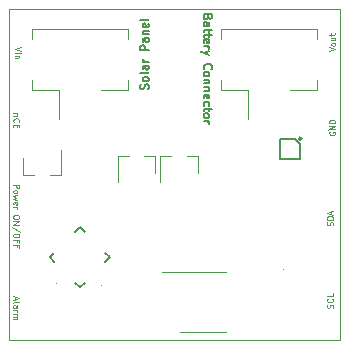
<source format=gbr>
G04 #@! TF.GenerationSoftware,KiCad,Pcbnew,(5.1.5)-3*
G04 #@! TF.CreationDate,2020-05-04T17:56:06+05:30*
G04 #@! TF.ProjectId,Battery_Charger,42617474-6572-4795-9f43-686172676572,rev?*
G04 #@! TF.SameCoordinates,Original*
G04 #@! TF.FileFunction,Legend,Top*
G04 #@! TF.FilePolarity,Positive*
%FSLAX46Y46*%
G04 Gerber Fmt 4.6, Leading zero omitted, Abs format (unit mm)*
G04 Created by KiCad (PCBNEW (5.1.5)-3) date 2020-05-04 17:56:06*
%MOMM*%
%LPD*%
G04 APERTURE LIST*
%ADD10C,0.170000*%
%ADD11C,0.125000*%
%ADD12C,0.120000*%
%ADD13C,0.100000*%
%ADD14C,0.200000*%
%ADD15C,0.254000*%
%ADD16C,0.152400*%
G04 APERTURE END LIST*
D10*
X123050000Y-65650000D02*
X123016666Y-65750000D01*
X122983333Y-65783333D01*
X122916666Y-65816666D01*
X122816666Y-65816666D01*
X122750000Y-65783333D01*
X122716666Y-65750000D01*
X122683333Y-65683333D01*
X122683333Y-65416666D01*
X123383333Y-65416666D01*
X123383333Y-65650000D01*
X123350000Y-65716666D01*
X123316666Y-65750000D01*
X123250000Y-65783333D01*
X123183333Y-65783333D01*
X123116666Y-65750000D01*
X123083333Y-65716666D01*
X123050000Y-65650000D01*
X123050000Y-65416666D01*
X122683333Y-66416666D02*
X123050000Y-66416666D01*
X123116666Y-66383333D01*
X123150000Y-66316666D01*
X123150000Y-66183333D01*
X123116666Y-66116666D01*
X122716666Y-66416666D02*
X122683333Y-66350000D01*
X122683333Y-66183333D01*
X122716666Y-66116666D01*
X122783333Y-66083333D01*
X122850000Y-66083333D01*
X122916666Y-66116666D01*
X122950000Y-66183333D01*
X122950000Y-66350000D01*
X122983333Y-66416666D01*
X123150000Y-66650000D02*
X123150000Y-66916666D01*
X123383333Y-66750000D02*
X122783333Y-66750000D01*
X122716666Y-66783333D01*
X122683333Y-66850000D01*
X122683333Y-66916666D01*
X123150000Y-67050000D02*
X123150000Y-67316666D01*
X123383333Y-67150000D02*
X122783333Y-67150000D01*
X122716666Y-67183333D01*
X122683333Y-67250000D01*
X122683333Y-67316666D01*
X122716666Y-67816666D02*
X122683333Y-67750000D01*
X122683333Y-67616666D01*
X122716666Y-67550000D01*
X122783333Y-67516666D01*
X123050000Y-67516666D01*
X123116666Y-67550000D01*
X123150000Y-67616666D01*
X123150000Y-67750000D01*
X123116666Y-67816666D01*
X123050000Y-67850000D01*
X122983333Y-67850000D01*
X122916666Y-67516666D01*
X122683333Y-68150000D02*
X123150000Y-68150000D01*
X123016666Y-68150000D02*
X123083333Y-68183333D01*
X123116666Y-68216666D01*
X123150000Y-68283333D01*
X123150000Y-68350000D01*
X123150000Y-68516666D02*
X122683333Y-68683333D01*
X123150000Y-68850000D02*
X122683333Y-68683333D01*
X122516666Y-68616666D01*
X122483333Y-68583333D01*
X122450000Y-68516666D01*
X122750000Y-70050000D02*
X122716666Y-70016666D01*
X122683333Y-69916666D01*
X122683333Y-69850000D01*
X122716666Y-69750000D01*
X122783333Y-69683333D01*
X122850000Y-69650000D01*
X122983333Y-69616666D01*
X123083333Y-69616666D01*
X123216666Y-69650000D01*
X123283333Y-69683333D01*
X123350000Y-69750000D01*
X123383333Y-69850000D01*
X123383333Y-69916666D01*
X123350000Y-70016666D01*
X123316666Y-70050000D01*
X122683333Y-70450000D02*
X122716666Y-70383333D01*
X122750000Y-70350000D01*
X122816666Y-70316666D01*
X123016666Y-70316666D01*
X123083333Y-70350000D01*
X123116666Y-70383333D01*
X123150000Y-70450000D01*
X123150000Y-70550000D01*
X123116666Y-70616666D01*
X123083333Y-70650000D01*
X123016666Y-70683333D01*
X122816666Y-70683333D01*
X122750000Y-70650000D01*
X122716666Y-70616666D01*
X122683333Y-70550000D01*
X122683333Y-70450000D01*
X123150000Y-70983333D02*
X122683333Y-70983333D01*
X123083333Y-70983333D02*
X123116666Y-71016666D01*
X123150000Y-71083333D01*
X123150000Y-71183333D01*
X123116666Y-71250000D01*
X123050000Y-71283333D01*
X122683333Y-71283333D01*
X123150000Y-71616666D02*
X122683333Y-71616666D01*
X123083333Y-71616666D02*
X123116666Y-71650000D01*
X123150000Y-71716666D01*
X123150000Y-71816666D01*
X123116666Y-71883333D01*
X123050000Y-71916666D01*
X122683333Y-71916666D01*
X122716666Y-72516666D02*
X122683333Y-72450000D01*
X122683333Y-72316666D01*
X122716666Y-72250000D01*
X122783333Y-72216666D01*
X123050000Y-72216666D01*
X123116666Y-72250000D01*
X123150000Y-72316666D01*
X123150000Y-72450000D01*
X123116666Y-72516666D01*
X123050000Y-72550000D01*
X122983333Y-72550000D01*
X122916666Y-72216666D01*
X122716666Y-73150000D02*
X122683333Y-73083333D01*
X122683333Y-72950000D01*
X122716666Y-72883333D01*
X122750000Y-72850000D01*
X122816666Y-72816666D01*
X123016666Y-72816666D01*
X123083333Y-72850000D01*
X123116666Y-72883333D01*
X123150000Y-72950000D01*
X123150000Y-73083333D01*
X123116666Y-73150000D01*
X123150000Y-73350000D02*
X123150000Y-73616666D01*
X123383333Y-73450000D02*
X122783333Y-73450000D01*
X122716666Y-73483333D01*
X122683333Y-73550000D01*
X122683333Y-73616666D01*
X122683333Y-73950000D02*
X122716666Y-73883333D01*
X122750000Y-73850000D01*
X122816666Y-73816666D01*
X123016666Y-73816666D01*
X123083333Y-73850000D01*
X123116666Y-73883333D01*
X123150000Y-73950000D01*
X123150000Y-74050000D01*
X123116666Y-74116666D01*
X123083333Y-74150000D01*
X123016666Y-74183333D01*
X122816666Y-74183333D01*
X122750000Y-74150000D01*
X122716666Y-74116666D01*
X122683333Y-74050000D01*
X122683333Y-73950000D01*
X122683333Y-74483333D02*
X123150000Y-74483333D01*
X123016666Y-74483333D02*
X123083333Y-74516666D01*
X123116666Y-74550000D01*
X123150000Y-74616666D01*
X123150000Y-74683333D01*
X117983333Y-71766666D02*
X118016666Y-71666666D01*
X118016666Y-71500000D01*
X117983333Y-71433333D01*
X117950000Y-71400000D01*
X117883333Y-71366666D01*
X117816666Y-71366666D01*
X117750000Y-71400000D01*
X117716666Y-71433333D01*
X117683333Y-71500000D01*
X117650000Y-71633333D01*
X117616666Y-71700000D01*
X117583333Y-71733333D01*
X117516666Y-71766666D01*
X117450000Y-71766666D01*
X117383333Y-71733333D01*
X117350000Y-71700000D01*
X117316666Y-71633333D01*
X117316666Y-71466666D01*
X117350000Y-71366666D01*
X118016666Y-70966666D02*
X117983333Y-71033333D01*
X117950000Y-71066666D01*
X117883333Y-71100000D01*
X117683333Y-71100000D01*
X117616666Y-71066666D01*
X117583333Y-71033333D01*
X117550000Y-70966666D01*
X117550000Y-70866666D01*
X117583333Y-70800000D01*
X117616666Y-70766666D01*
X117683333Y-70733333D01*
X117883333Y-70733333D01*
X117950000Y-70766666D01*
X117983333Y-70800000D01*
X118016666Y-70866666D01*
X118016666Y-70966666D01*
X118016666Y-70333333D02*
X117983333Y-70400000D01*
X117916666Y-70433333D01*
X117316666Y-70433333D01*
X118016666Y-69766666D02*
X117650000Y-69766666D01*
X117583333Y-69800000D01*
X117550000Y-69866666D01*
X117550000Y-70000000D01*
X117583333Y-70066666D01*
X117983333Y-69766666D02*
X118016666Y-69833333D01*
X118016666Y-70000000D01*
X117983333Y-70066666D01*
X117916666Y-70100000D01*
X117850000Y-70100000D01*
X117783333Y-70066666D01*
X117750000Y-70000000D01*
X117750000Y-69833333D01*
X117716666Y-69766666D01*
X118016666Y-69433333D02*
X117550000Y-69433333D01*
X117683333Y-69433333D02*
X117616666Y-69400000D01*
X117583333Y-69366666D01*
X117550000Y-69300000D01*
X117550000Y-69233333D01*
X118016666Y-68466666D02*
X117316666Y-68466666D01*
X117316666Y-68200000D01*
X117350000Y-68133333D01*
X117383333Y-68100000D01*
X117450000Y-68066666D01*
X117550000Y-68066666D01*
X117616666Y-68100000D01*
X117650000Y-68133333D01*
X117683333Y-68200000D01*
X117683333Y-68466666D01*
X118016666Y-67466666D02*
X117650000Y-67466666D01*
X117583333Y-67500000D01*
X117550000Y-67566666D01*
X117550000Y-67700000D01*
X117583333Y-67766666D01*
X117983333Y-67466666D02*
X118016666Y-67533333D01*
X118016666Y-67700000D01*
X117983333Y-67766666D01*
X117916666Y-67800000D01*
X117850000Y-67800000D01*
X117783333Y-67766666D01*
X117750000Y-67700000D01*
X117750000Y-67533333D01*
X117716666Y-67466666D01*
X117550000Y-67133333D02*
X118016666Y-67133333D01*
X117616666Y-67133333D02*
X117583333Y-67100000D01*
X117550000Y-67033333D01*
X117550000Y-66933333D01*
X117583333Y-66866666D01*
X117650000Y-66833333D01*
X118016666Y-66833333D01*
X117983333Y-66233333D02*
X118016666Y-66300000D01*
X118016666Y-66433333D01*
X117983333Y-66500000D01*
X117916666Y-66533333D01*
X117650000Y-66533333D01*
X117583333Y-66500000D01*
X117550000Y-66433333D01*
X117550000Y-66300000D01*
X117583333Y-66233333D01*
X117650000Y-66200000D01*
X117716666Y-66200000D01*
X117783333Y-66533333D01*
X118016666Y-65800000D02*
X117983333Y-65866666D01*
X117916666Y-65900000D01*
X117316666Y-65900000D01*
D11*
X133326190Y-68561904D02*
X133826190Y-68395238D01*
X133326190Y-68228571D01*
X133826190Y-67990476D02*
X133802380Y-68038095D01*
X133778571Y-68061904D01*
X133730952Y-68085714D01*
X133588095Y-68085714D01*
X133540476Y-68061904D01*
X133516666Y-68038095D01*
X133492857Y-67990476D01*
X133492857Y-67919047D01*
X133516666Y-67871428D01*
X133540476Y-67847619D01*
X133588095Y-67823809D01*
X133730952Y-67823809D01*
X133778571Y-67847619D01*
X133802380Y-67871428D01*
X133826190Y-67919047D01*
X133826190Y-67990476D01*
X133492857Y-67395238D02*
X133826190Y-67395238D01*
X133492857Y-67609523D02*
X133754761Y-67609523D01*
X133802380Y-67585714D01*
X133826190Y-67538095D01*
X133826190Y-67466666D01*
X133802380Y-67419047D01*
X133778571Y-67395238D01*
X133492857Y-67228571D02*
X133492857Y-67038095D01*
X133326190Y-67157142D02*
X133754761Y-67157142D01*
X133802380Y-67133333D01*
X133826190Y-67085714D01*
X133826190Y-67038095D01*
X133350000Y-75380952D02*
X133326190Y-75428571D01*
X133326190Y-75500000D01*
X133350000Y-75571428D01*
X133397619Y-75619047D01*
X133445238Y-75642857D01*
X133540476Y-75666666D01*
X133611904Y-75666666D01*
X133707142Y-75642857D01*
X133754761Y-75619047D01*
X133802380Y-75571428D01*
X133826190Y-75500000D01*
X133826190Y-75452380D01*
X133802380Y-75380952D01*
X133778571Y-75357142D01*
X133611904Y-75357142D01*
X133611904Y-75452380D01*
X133826190Y-75142857D02*
X133326190Y-75142857D01*
X133826190Y-74857142D01*
X133326190Y-74857142D01*
X133826190Y-74619047D02*
X133326190Y-74619047D01*
X133326190Y-74500000D01*
X133350000Y-74428571D01*
X133397619Y-74380952D01*
X133445238Y-74357142D01*
X133540476Y-74333333D01*
X133611904Y-74333333D01*
X133707142Y-74357142D01*
X133754761Y-74380952D01*
X133802380Y-74428571D01*
X133826190Y-74500000D01*
X133826190Y-74619047D01*
X133602380Y-83307142D02*
X133626190Y-83235714D01*
X133626190Y-83116666D01*
X133602380Y-83069047D01*
X133578571Y-83045238D01*
X133530952Y-83021428D01*
X133483333Y-83021428D01*
X133435714Y-83045238D01*
X133411904Y-83069047D01*
X133388095Y-83116666D01*
X133364285Y-83211904D01*
X133340476Y-83259523D01*
X133316666Y-83283333D01*
X133269047Y-83307142D01*
X133221428Y-83307142D01*
X133173809Y-83283333D01*
X133150000Y-83259523D01*
X133126190Y-83211904D01*
X133126190Y-83092857D01*
X133150000Y-83021428D01*
X133626190Y-82807142D02*
X133126190Y-82807142D01*
X133126190Y-82688095D01*
X133150000Y-82616666D01*
X133197619Y-82569047D01*
X133245238Y-82545238D01*
X133340476Y-82521428D01*
X133411904Y-82521428D01*
X133507142Y-82545238D01*
X133554761Y-82569047D01*
X133602380Y-82616666D01*
X133626190Y-82688095D01*
X133626190Y-82807142D01*
X133483333Y-82330952D02*
X133483333Y-82092857D01*
X133626190Y-82378571D02*
X133126190Y-82211904D01*
X133626190Y-82045238D01*
X133602380Y-90295238D02*
X133626190Y-90223809D01*
X133626190Y-90104761D01*
X133602380Y-90057142D01*
X133578571Y-90033333D01*
X133530952Y-90009523D01*
X133483333Y-90009523D01*
X133435714Y-90033333D01*
X133411904Y-90057142D01*
X133388095Y-90104761D01*
X133364285Y-90200000D01*
X133340476Y-90247619D01*
X133316666Y-90271428D01*
X133269047Y-90295238D01*
X133221428Y-90295238D01*
X133173809Y-90271428D01*
X133150000Y-90247619D01*
X133126190Y-90200000D01*
X133126190Y-90080952D01*
X133150000Y-90009523D01*
X133578571Y-89509523D02*
X133602380Y-89533333D01*
X133626190Y-89604761D01*
X133626190Y-89652380D01*
X133602380Y-89723809D01*
X133554761Y-89771428D01*
X133507142Y-89795238D01*
X133411904Y-89819047D01*
X133340476Y-89819047D01*
X133245238Y-89795238D01*
X133197619Y-89771428D01*
X133150000Y-89723809D01*
X133126190Y-89652380D01*
X133126190Y-89604761D01*
X133150000Y-89533333D01*
X133173809Y-89509523D01*
X133626190Y-89057142D02*
X133626190Y-89295238D01*
X133126190Y-89295238D01*
X106716666Y-89335714D02*
X106716666Y-89573809D01*
X106573809Y-89288095D02*
X107073809Y-89454761D01*
X106573809Y-89621428D01*
X106573809Y-89859523D02*
X106597619Y-89811904D01*
X106645238Y-89788095D01*
X107073809Y-89788095D01*
X106573809Y-90264285D02*
X106835714Y-90264285D01*
X106883333Y-90240476D01*
X106907142Y-90192857D01*
X106907142Y-90097619D01*
X106883333Y-90050000D01*
X106597619Y-90264285D02*
X106573809Y-90216666D01*
X106573809Y-90097619D01*
X106597619Y-90050000D01*
X106645238Y-90026190D01*
X106692857Y-90026190D01*
X106740476Y-90050000D01*
X106764285Y-90097619D01*
X106764285Y-90216666D01*
X106788095Y-90264285D01*
X106573809Y-90502380D02*
X106907142Y-90502380D01*
X106811904Y-90502380D02*
X106859523Y-90526190D01*
X106883333Y-90550000D01*
X106907142Y-90597619D01*
X106907142Y-90645238D01*
X106573809Y-90811904D02*
X106907142Y-90811904D01*
X106859523Y-90811904D02*
X106883333Y-90835714D01*
X106907142Y-90883333D01*
X106907142Y-90954761D01*
X106883333Y-91002380D01*
X106835714Y-91026190D01*
X106573809Y-91026190D01*
X106835714Y-91026190D02*
X106883333Y-91050000D01*
X106907142Y-91097619D01*
X106907142Y-91169047D01*
X106883333Y-91216666D01*
X106835714Y-91240476D01*
X106573809Y-91240476D01*
X106573809Y-79845238D02*
X107073809Y-79845238D01*
X107073809Y-80035714D01*
X107050000Y-80083333D01*
X107026190Y-80107142D01*
X106978571Y-80130952D01*
X106907142Y-80130952D01*
X106859523Y-80107142D01*
X106835714Y-80083333D01*
X106811904Y-80035714D01*
X106811904Y-79845238D01*
X106573809Y-80416666D02*
X106597619Y-80369047D01*
X106621428Y-80345238D01*
X106669047Y-80321428D01*
X106811904Y-80321428D01*
X106859523Y-80345238D01*
X106883333Y-80369047D01*
X106907142Y-80416666D01*
X106907142Y-80488095D01*
X106883333Y-80535714D01*
X106859523Y-80559523D01*
X106811904Y-80583333D01*
X106669047Y-80583333D01*
X106621428Y-80559523D01*
X106597619Y-80535714D01*
X106573809Y-80488095D01*
X106573809Y-80416666D01*
X106907142Y-80750000D02*
X106573809Y-80845238D01*
X106811904Y-80940476D01*
X106573809Y-81035714D01*
X106907142Y-81130952D01*
X106597619Y-81511904D02*
X106573809Y-81464285D01*
X106573809Y-81369047D01*
X106597619Y-81321428D01*
X106645238Y-81297619D01*
X106835714Y-81297619D01*
X106883333Y-81321428D01*
X106907142Y-81369047D01*
X106907142Y-81464285D01*
X106883333Y-81511904D01*
X106835714Y-81535714D01*
X106788095Y-81535714D01*
X106740476Y-81297619D01*
X106573809Y-81750000D02*
X106907142Y-81750000D01*
X106811904Y-81750000D02*
X106859523Y-81773809D01*
X106883333Y-81797619D01*
X106907142Y-81845238D01*
X106907142Y-81892857D01*
X107073809Y-82535714D02*
X107073809Y-82630952D01*
X107050000Y-82678571D01*
X107002380Y-82726190D01*
X106907142Y-82750000D01*
X106740476Y-82750000D01*
X106645238Y-82726190D01*
X106597619Y-82678571D01*
X106573809Y-82630952D01*
X106573809Y-82535714D01*
X106597619Y-82488095D01*
X106645238Y-82440476D01*
X106740476Y-82416666D01*
X106907142Y-82416666D01*
X107002380Y-82440476D01*
X107050000Y-82488095D01*
X107073809Y-82535714D01*
X106573809Y-82964285D02*
X107073809Y-82964285D01*
X106573809Y-83250000D01*
X107073809Y-83250000D01*
X107097619Y-83845238D02*
X106454761Y-83416666D01*
X107073809Y-84107142D02*
X107073809Y-84202380D01*
X107050000Y-84250000D01*
X107002380Y-84297619D01*
X106907142Y-84321428D01*
X106740476Y-84321428D01*
X106645238Y-84297619D01*
X106597619Y-84250000D01*
X106573809Y-84202380D01*
X106573809Y-84107142D01*
X106597619Y-84059523D01*
X106645238Y-84011904D01*
X106740476Y-83988095D01*
X106907142Y-83988095D01*
X107002380Y-84011904D01*
X107050000Y-84059523D01*
X107073809Y-84107142D01*
X106835714Y-84702380D02*
X106835714Y-84535714D01*
X106573809Y-84535714D02*
X107073809Y-84535714D01*
X107073809Y-84773809D01*
X106835714Y-85130952D02*
X106835714Y-84964285D01*
X106573809Y-84964285D02*
X107073809Y-84964285D01*
X107073809Y-85202380D01*
X106907142Y-73816666D02*
X106573809Y-73816666D01*
X106859523Y-73816666D02*
X106883333Y-73840476D01*
X106907142Y-73888095D01*
X106907142Y-73959523D01*
X106883333Y-74007142D01*
X106835714Y-74030952D01*
X106573809Y-74030952D01*
X106621428Y-74554761D02*
X106597619Y-74530952D01*
X106573809Y-74459523D01*
X106573809Y-74411904D01*
X106597619Y-74340476D01*
X106645238Y-74292857D01*
X106692857Y-74269047D01*
X106788095Y-74245238D01*
X106859523Y-74245238D01*
X106954761Y-74269047D01*
X107002380Y-74292857D01*
X107050000Y-74340476D01*
X107073809Y-74411904D01*
X107073809Y-74459523D01*
X107050000Y-74530952D01*
X107026190Y-74554761D01*
X106835714Y-74769047D02*
X106835714Y-74935714D01*
X106573809Y-75007142D02*
X106573809Y-74769047D01*
X107073809Y-74769047D01*
X107073809Y-75007142D01*
X107173809Y-68188095D02*
X106673809Y-68354761D01*
X107173809Y-68521428D01*
X106673809Y-68688095D02*
X107007142Y-68688095D01*
X107173809Y-68688095D02*
X107150000Y-68664285D01*
X107126190Y-68688095D01*
X107150000Y-68711904D01*
X107173809Y-68688095D01*
X107126190Y-68688095D01*
X107007142Y-68926190D02*
X106673809Y-68926190D01*
X106959523Y-68926190D02*
X106983333Y-68950000D01*
X107007142Y-68997619D01*
X107007142Y-69069047D01*
X106983333Y-69116666D01*
X106935714Y-69140476D01*
X106673809Y-69140476D01*
D12*
X134200000Y-93000000D02*
X106200000Y-93000000D01*
X106200000Y-93000000D02*
X106200000Y-65000000D01*
X134200000Y-65000000D02*
X134200000Y-93000000D01*
X106200000Y-65000000D02*
X134200000Y-65000000D01*
D13*
X107441889Y-85208112D02*
G75*
G03X107441889Y-85208112I-50001J0D01*
G01*
X110241889Y-88191888D02*
G75*
G03X110241889Y-88191888I-50001J0D01*
G01*
X118050000Y-89340000D02*
G75*
G03X118050000Y-89340000I-50000J0D01*
G01*
X129490000Y-87000000D02*
G75*
G03X129490000Y-87000000I-50000J0D01*
G01*
X133250000Y-75240000D02*
G75*
G03X133250000Y-75240000I-50000J0D01*
G01*
X114041889Y-88408112D02*
G75*
G03X114041889Y-88408112I-50001J0D01*
G01*
X114050000Y-77660000D02*
G75*
G03X114050000Y-77660000I-50000J0D01*
G01*
D14*
X130854000Y-76400000D02*
X130854000Y-77654000D01*
X130854000Y-77654000D02*
X129146000Y-77654000D01*
X129146000Y-77654000D02*
X129146000Y-75946000D01*
X129146000Y-75946000D02*
X130400000Y-75946000D01*
X130400000Y-75946000D02*
X130854000Y-76400000D01*
D15*
X130954000Y-75946000D02*
G75*
G03X130954000Y-75946000I-100000J0D01*
G01*
D12*
X118580000Y-77440000D02*
X118580000Y-78900000D01*
X115420000Y-77440000D02*
X115420000Y-79600000D01*
X115420000Y-77440000D02*
X116350000Y-77440000D01*
X118580000Y-77440000D02*
X117650000Y-77440000D01*
X122180000Y-77440000D02*
X121250000Y-77440000D01*
X119020000Y-77440000D02*
X119950000Y-77440000D01*
X119020000Y-77440000D02*
X119020000Y-79600000D01*
X122180000Y-77440000D02*
X122180000Y-78900000D01*
X107420000Y-79060000D02*
X108350000Y-79060000D01*
X110580000Y-79060000D02*
X109650000Y-79060000D01*
X110580000Y-79060000D02*
X110580000Y-76900000D01*
X107420000Y-79060000D02*
X107420000Y-77600000D01*
X108115000Y-71010000D02*
X108115000Y-71860000D01*
X108115000Y-71860000D02*
X110440000Y-71860000D01*
X110440000Y-71860000D02*
X110440000Y-74250000D01*
X116285000Y-71010000D02*
X116285000Y-71860000D01*
X116285000Y-71860000D02*
X113960000Y-71860000D01*
X108115000Y-67490000D02*
X108115000Y-66640000D01*
X108115000Y-66640000D02*
X116285000Y-66640000D01*
X116285000Y-66640000D02*
X116285000Y-67490000D01*
X132285000Y-66640000D02*
X132285000Y-67490000D01*
X124115000Y-66640000D02*
X132285000Y-66640000D01*
X124115000Y-67490000D02*
X124115000Y-66640000D01*
X132285000Y-71860000D02*
X129960000Y-71860000D01*
X132285000Y-71010000D02*
X132285000Y-71860000D01*
X126440000Y-71860000D02*
X126440000Y-74250000D01*
X124115000Y-71860000D02*
X126440000Y-71860000D01*
X124115000Y-71010000D02*
X124115000Y-71860000D01*
X122600000Y-92360000D02*
X124550000Y-92360000D01*
X122600000Y-92360000D02*
X120650000Y-92360000D01*
X122600000Y-87240000D02*
X124550000Y-87240000D01*
X122600000Y-87240000D02*
X119150000Y-87240000D01*
D16*
X110044739Y-85604869D02*
X109649607Y-86000000D01*
X112200000Y-83449607D02*
X111804869Y-83844739D01*
X114750393Y-86000000D02*
X114355261Y-85604869D01*
X112200000Y-88550393D02*
X112595131Y-88155261D01*
X109649607Y-86000000D02*
X110044739Y-86395131D01*
X112595131Y-83844739D02*
X112200000Y-83449607D01*
X111804869Y-88155261D02*
X112200000Y-88550393D01*
X114355261Y-86395131D02*
X114750393Y-86000000D01*
M02*

</source>
